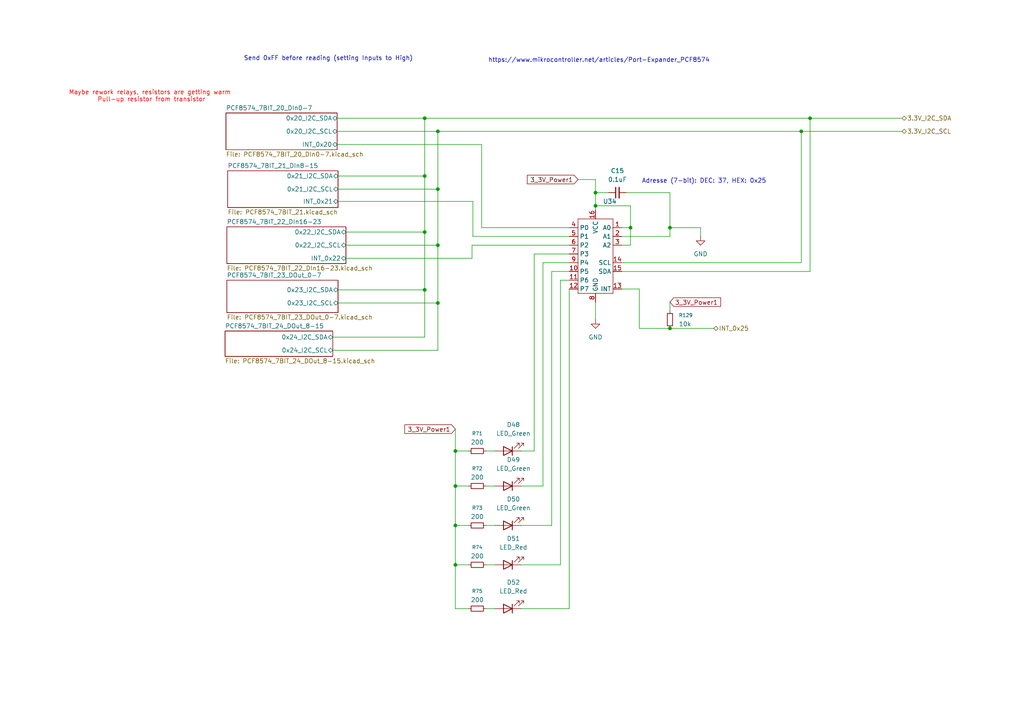
<source format=kicad_sch>
(kicad_sch
	(version 20250114)
	(generator "eeschema")
	(generator_version "9.0")
	(uuid "9ccdacf6-1004-4b39-8209-aa29312fcfe9")
	(paper "A4")
	(lib_symbols
		(symbol "Device:C_Small"
			(pin_numbers
				(hide yes)
			)
			(pin_names
				(offset 0.254)
				(hide yes)
			)
			(exclude_from_sim no)
			(in_bom yes)
			(on_board yes)
			(property "Reference" "C"
				(at 0.254 1.778 0)
				(effects
					(font
						(size 1.27 1.27)
					)
					(justify left)
				)
			)
			(property "Value" "C_Small"
				(at 0.254 -2.032 0)
				(effects
					(font
						(size 1.27 1.27)
					)
					(justify left)
				)
			)
			(property "Footprint" ""
				(at 0 0 0)
				(effects
					(font
						(size 1.27 1.27)
					)
					(hide yes)
				)
			)
			(property "Datasheet" "~"
				(at 0 0 0)
				(effects
					(font
						(size 1.27 1.27)
					)
					(hide yes)
				)
			)
			(property "Description" "Unpolarized capacitor, small symbol"
				(at 0 0 0)
				(effects
					(font
						(size 1.27 1.27)
					)
					(hide yes)
				)
			)
			(property "ki_keywords" "capacitor cap"
				(at 0 0 0)
				(effects
					(font
						(size 1.27 1.27)
					)
					(hide yes)
				)
			)
			(property "ki_fp_filters" "C_*"
				(at 0 0 0)
				(effects
					(font
						(size 1.27 1.27)
					)
					(hide yes)
				)
			)
			(symbol "C_Small_0_1"
				(polyline
					(pts
						(xy -1.524 0.508) (xy 1.524 0.508)
					)
					(stroke
						(width 0.3048)
						(type default)
					)
					(fill
						(type none)
					)
				)
				(polyline
					(pts
						(xy -1.524 -0.508) (xy 1.524 -0.508)
					)
					(stroke
						(width 0.3302)
						(type default)
					)
					(fill
						(type none)
					)
				)
			)
			(symbol "C_Small_1_1"
				(pin passive line
					(at 0 2.54 270)
					(length 2.032)
					(name "~"
						(effects
							(font
								(size 1.27 1.27)
							)
						)
					)
					(number "1"
						(effects
							(font
								(size 1.27 1.27)
							)
						)
					)
				)
				(pin passive line
					(at 0 -2.54 90)
					(length 2.032)
					(name "~"
						(effects
							(font
								(size 1.27 1.27)
							)
						)
					)
					(number "2"
						(effects
							(font
								(size 1.27 1.27)
							)
						)
					)
				)
			)
			(embedded_fonts no)
		)
		(symbol "Device:LED"
			(pin_numbers
				(hide yes)
			)
			(pin_names
				(offset 1.016)
				(hide yes)
			)
			(exclude_from_sim no)
			(in_bom yes)
			(on_board yes)
			(property "Reference" "D"
				(at 0 2.54 0)
				(effects
					(font
						(size 1.27 1.27)
					)
				)
			)
			(property "Value" "LED"
				(at 0 -2.54 0)
				(effects
					(font
						(size 1.27 1.27)
					)
				)
			)
			(property "Footprint" ""
				(at 0 0 0)
				(effects
					(font
						(size 1.27 1.27)
					)
					(hide yes)
				)
			)
			(property "Datasheet" "~"
				(at 0 0 0)
				(effects
					(font
						(size 1.27 1.27)
					)
					(hide yes)
				)
			)
			(property "Description" "Light emitting diode"
				(at 0 0 0)
				(effects
					(font
						(size 1.27 1.27)
					)
					(hide yes)
				)
			)
			(property "Sim.Pins" "1=K 2=A"
				(at 0 0 0)
				(effects
					(font
						(size 1.27 1.27)
					)
					(hide yes)
				)
			)
			(property "ki_keywords" "LED diode"
				(at 0 0 0)
				(effects
					(font
						(size 1.27 1.27)
					)
					(hide yes)
				)
			)
			(property "ki_fp_filters" "LED* LED_SMD:* LED_THT:*"
				(at 0 0 0)
				(effects
					(font
						(size 1.27 1.27)
					)
					(hide yes)
				)
			)
			(symbol "LED_0_1"
				(polyline
					(pts
						(xy -3.048 -0.762) (xy -4.572 -2.286) (xy -3.81 -2.286) (xy -4.572 -2.286) (xy -4.572 -1.524)
					)
					(stroke
						(width 0)
						(type default)
					)
					(fill
						(type none)
					)
				)
				(polyline
					(pts
						(xy -1.778 -0.762) (xy -3.302 -2.286) (xy -2.54 -2.286) (xy -3.302 -2.286) (xy -3.302 -1.524)
					)
					(stroke
						(width 0)
						(type default)
					)
					(fill
						(type none)
					)
				)
				(polyline
					(pts
						(xy -1.27 0) (xy 1.27 0)
					)
					(stroke
						(width 0)
						(type default)
					)
					(fill
						(type none)
					)
				)
				(polyline
					(pts
						(xy -1.27 -1.27) (xy -1.27 1.27)
					)
					(stroke
						(width 0.254)
						(type default)
					)
					(fill
						(type none)
					)
				)
				(polyline
					(pts
						(xy 1.27 -1.27) (xy 1.27 1.27) (xy -1.27 0) (xy 1.27 -1.27)
					)
					(stroke
						(width 0.254)
						(type default)
					)
					(fill
						(type none)
					)
				)
			)
			(symbol "LED_1_1"
				(pin passive line
					(at -3.81 0 0)
					(length 2.54)
					(name "K"
						(effects
							(font
								(size 1.27 1.27)
							)
						)
					)
					(number "1"
						(effects
							(font
								(size 1.27 1.27)
							)
						)
					)
				)
				(pin passive line
					(at 3.81 0 180)
					(length 2.54)
					(name "A"
						(effects
							(font
								(size 1.27 1.27)
							)
						)
					)
					(number "2"
						(effects
							(font
								(size 1.27 1.27)
							)
						)
					)
				)
			)
			(embedded_fonts no)
		)
		(symbol "Device:R_Small"
			(pin_numbers
				(hide yes)
			)
			(pin_names
				(offset 0.254)
				(hide yes)
			)
			(exclude_from_sim no)
			(in_bom yes)
			(on_board yes)
			(property "Reference" "R"
				(at 0 0 90)
				(effects
					(font
						(size 1.016 1.016)
					)
				)
			)
			(property "Value" "R_Small"
				(at 1.778 0 90)
				(effects
					(font
						(size 1.27 1.27)
					)
				)
			)
			(property "Footprint" ""
				(at 0 0 0)
				(effects
					(font
						(size 1.27 1.27)
					)
					(hide yes)
				)
			)
			(property "Datasheet" "~"
				(at 0 0 0)
				(effects
					(font
						(size 1.27 1.27)
					)
					(hide yes)
				)
			)
			(property "Description" "Resistor, small symbol"
				(at 0 0 0)
				(effects
					(font
						(size 1.27 1.27)
					)
					(hide yes)
				)
			)
			(property "ki_keywords" "R resistor"
				(at 0 0 0)
				(effects
					(font
						(size 1.27 1.27)
					)
					(hide yes)
				)
			)
			(property "ki_fp_filters" "R_*"
				(at 0 0 0)
				(effects
					(font
						(size 1.27 1.27)
					)
					(hide yes)
				)
			)
			(symbol "R_Small_0_1"
				(rectangle
					(start -0.762 1.778)
					(end 0.762 -1.778)
					(stroke
						(width 0.2032)
						(type default)
					)
					(fill
						(type none)
					)
				)
			)
			(symbol "R_Small_1_1"
				(pin passive line
					(at 0 2.54 270)
					(length 0.762)
					(name "~"
						(effects
							(font
								(size 1.27 1.27)
							)
						)
					)
					(number "1"
						(effects
							(font
								(size 1.27 1.27)
							)
						)
					)
				)
				(pin passive line
					(at 0 -2.54 90)
					(length 0.762)
					(name "~"
						(effects
							(font
								(size 1.27 1.27)
							)
						)
					)
					(number "2"
						(effects
							(font
								(size 1.27 1.27)
							)
						)
					)
				)
			)
			(embedded_fonts no)
		)
		(symbol "own_symbols:PCF8574N"
			(exclude_from_sim no)
			(in_bom yes)
			(on_board yes)
			(property "Reference" "U"
				(at 0 0 0)
				(effects
					(font
						(size 1.27 1.27)
					)
				)
			)
			(property "Value" ""
				(at 0 0 0)
				(effects
					(font
						(size 1.27 1.27)
					)
				)
			)
			(property "Footprint" "Package_DIP:DIP-16_W7.62mm"
				(at 17.526 15.748 0)
				(effects
					(font
						(size 1.27 1.27)
					)
					(hide yes)
				)
			)
			(property "Datasheet" "https://www.ti.com/lit/ds/symlink/pcf8574.pdf?ts=1728822589974&ref_url=https%253A%252F%252Fwww.ti.com%252Fproduct%252FPCF8574%253Futm_source%253Dgoogle%2526utm_medium%253Dcpc%2526utm_campaign%253Dti-null-null-xref-cpc-pf-google-wwe%2526utm_content%253Dxref%2526ds_k%253D%257B_dssearchterm%257D%2526DCM%253Dyes%2526gad_source%253D1%2526gclid%253DEAIaIQobChMI6f2G9a2LiQMVKp2DBx3rOwzlEAAYASAAEgIEUPD_BwE%2526gclsrc%253Daw.ds"
				(at -0.254 20.32 0)
				(effects
					(font
						(size 1.27 1.27)
					)
					(hide yes)
				)
			)
			(property "Description" "8 Port IO expander I2C-Interface"
				(at 3.302 18.288 0)
				(effects
					(font
						(size 1.27 1.27)
					)
					(hide yes)
				)
			)
			(symbol "PCF8574N_0_1"
				(rectangle
					(start 5.08 10.16)
					(end -5.08 -11.43)
					(stroke
						(width 0)
						(type default)
					)
					(fill
						(type none)
					)
				)
			)
			(symbol "PCF8574N_1_1"
				(pin bidirectional line
					(at -7.62 7.62 0)
					(length 2.54)
					(name "P0"
						(effects
							(font
								(size 1.27 1.27)
							)
						)
					)
					(number "4"
						(effects
							(font
								(size 1.27 1.27)
							)
						)
					)
				)
				(pin bidirectional line
					(at -7.62 5.08 0)
					(length 2.54)
					(name "P1"
						(effects
							(font
								(size 1.27 1.27)
							)
						)
					)
					(number "5"
						(effects
							(font
								(size 1.27 1.27)
							)
						)
					)
				)
				(pin bidirectional line
					(at -7.62 2.54 0)
					(length 2.54)
					(name "P2"
						(effects
							(font
								(size 1.27 1.27)
							)
						)
					)
					(number "6"
						(effects
							(font
								(size 1.27 1.27)
							)
						)
					)
				)
				(pin bidirectional line
					(at -7.62 0 0)
					(length 2.54)
					(name "P3"
						(effects
							(font
								(size 1.27 1.27)
							)
						)
					)
					(number "7"
						(effects
							(font
								(size 1.27 1.27)
							)
						)
					)
				)
				(pin bidirectional line
					(at -7.62 -2.54 0)
					(length 2.54)
					(name "P4"
						(effects
							(font
								(size 1.27 1.27)
							)
						)
					)
					(number "9"
						(effects
							(font
								(size 1.27 1.27)
							)
						)
					)
				)
				(pin bidirectional line
					(at -7.62 -5.08 0)
					(length 2.54)
					(name "P5"
						(effects
							(font
								(size 1.27 1.27)
							)
						)
					)
					(number "10"
						(effects
							(font
								(size 1.27 1.27)
							)
						)
					)
				)
				(pin bidirectional line
					(at -7.62 -7.62 0)
					(length 2.54)
					(name "P6"
						(effects
							(font
								(size 1.27 1.27)
							)
						)
					)
					(number "11"
						(effects
							(font
								(size 1.27 1.27)
							)
						)
					)
				)
				(pin bidirectional line
					(at -7.62 -10.16 0)
					(length 2.54)
					(name "P7"
						(effects
							(font
								(size 1.27 1.27)
							)
						)
					)
					(number "12"
						(effects
							(font
								(size 1.27 1.27)
							)
						)
					)
				)
				(pin input line
					(at 0 12.7 270)
					(length 2.54)
					(name "VCC"
						(effects
							(font
								(size 1.27 1.27)
							)
						)
					)
					(number "16"
						(effects
							(font
								(size 1.27 1.27)
							)
						)
					)
				)
				(pin output line
					(at 0 -13.97 90)
					(length 2.54)
					(name "GND"
						(effects
							(font
								(size 1.27 1.27)
							)
						)
					)
					(number "8"
						(effects
							(font
								(size 1.27 1.27)
							)
						)
					)
				)
				(pin input line
					(at 7.62 7.62 180)
					(length 2.54)
					(name "A0"
						(effects
							(font
								(size 1.27 1.27)
							)
						)
					)
					(number "1"
						(effects
							(font
								(size 1.27 1.27)
							)
						)
					)
				)
				(pin input line
					(at 7.62 5.08 180)
					(length 2.54)
					(name "A1"
						(effects
							(font
								(size 1.27 1.27)
							)
						)
					)
					(number "2"
						(effects
							(font
								(size 1.27 1.27)
							)
						)
					)
				)
				(pin input line
					(at 7.62 2.54 180)
					(length 2.54)
					(name "A2"
						(effects
							(font
								(size 1.27 1.27)
							)
						)
					)
					(number "3"
						(effects
							(font
								(size 1.27 1.27)
							)
						)
					)
				)
				(pin bidirectional line
					(at 7.62 -2.54 180)
					(length 2.54)
					(name "SCL"
						(effects
							(font
								(size 1.27 1.27)
							)
						)
					)
					(number "14"
						(effects
							(font
								(size 1.27 1.27)
							)
						)
					)
				)
				(pin bidirectional line
					(at 7.62 -5.08 180)
					(length 2.54)
					(name "SDA"
						(effects
							(font
								(size 1.27 1.27)
							)
						)
					)
					(number "15"
						(effects
							(font
								(size 1.27 1.27)
							)
						)
					)
				)
				(pin input line
					(at 7.62 -10.16 180)
					(length 2.54)
					(name "INT"
						(effects
							(font
								(size 1.27 1.27)
							)
						)
					)
					(number "13"
						(effects
							(font
								(size 1.27 1.27)
							)
						)
					)
				)
			)
			(embedded_fonts no)
		)
		(symbol "power:GND"
			(power)
			(pin_numbers
				(hide yes)
			)
			(pin_names
				(offset 0)
				(hide yes)
			)
			(exclude_from_sim no)
			(in_bom yes)
			(on_board yes)
			(property "Reference" "#PWR"
				(at 0 -6.35 0)
				(effects
					(font
						(size 1.27 1.27)
					)
					(hide yes)
				)
			)
			(property "Value" "GND"
				(at 0 -3.81 0)
				(effects
					(font
						(size 1.27 1.27)
					)
				)
			)
			(property "Footprint" ""
				(at 0 0 0)
				(effects
					(font
						(size 1.27 1.27)
					)
					(hide yes)
				)
			)
			(property "Datasheet" ""
				(at 0 0 0)
				(effects
					(font
						(size 1.27 1.27)
					)
					(hide yes)
				)
			)
			(property "Description" "Power symbol creates a global label with name \"GND\" , ground"
				(at 0 0 0)
				(effects
					(font
						(size 1.27 1.27)
					)
					(hide yes)
				)
			)
			(property "ki_keywords" "global power"
				(at 0 0 0)
				(effects
					(font
						(size 1.27 1.27)
					)
					(hide yes)
				)
			)
			(symbol "GND_0_1"
				(polyline
					(pts
						(xy 0 0) (xy 0 -1.27) (xy 1.27 -1.27) (xy 0 -2.54) (xy -1.27 -1.27) (xy 0 -1.27)
					)
					(stroke
						(width 0)
						(type default)
					)
					(fill
						(type none)
					)
				)
			)
			(symbol "GND_1_1"
				(pin power_in line
					(at 0 0 270)
					(length 0)
					(name "~"
						(effects
							(font
								(size 1.27 1.27)
							)
						)
					)
					(number "1"
						(effects
							(font
								(size 1.27 1.27)
							)
						)
					)
				)
			)
			(embedded_fonts no)
		)
	)
	(text "Adresse (7-bit): DEC: 37, HEX: 0x25"
		(exclude_from_sim no)
		(at 204.216 52.578 0)
		(effects
			(font
				(size 1.27 1.27)
			)
		)
		(uuid "78ab879f-5bf8-45fd-987a-6f2d50c8a318")
	)
	(text "https://www.mikrocontroller.net/articles/Port-Expander_PCF8574"
		(exclude_from_sim no)
		(at 173.736 17.526 0)
		(effects
			(font
				(size 1.27 1.27)
			)
		)
		(uuid "844118a8-4c0f-4df7-a275-768904d2fb92")
	)
	(text "Maybe rework relays, resistors are getting warm \nPull-up resistor from transistor"
		(exclude_from_sim no)
		(at 43.942 27.94 0)
		(effects
			(font
				(size 1.27 1.27)
				(color 255 0 0 1)
			)
		)
		(uuid "bc4a6970-e2bf-4d2f-92dc-dd9e7cc32a05")
	)
	(text "Send 0xFF before reading (setting Inputs to High)\n"
		(exclude_from_sim no)
		(at 95.25 17.018 0)
		(effects
			(font
				(size 1.27 1.27)
			)
		)
		(uuid "d627e205-be24-430e-9915-835275b3ba8e")
	)
	(junction
		(at 123.19 34.29)
		(diameter 0)
		(color 0 0 0 0)
		(uuid "0ac1cce2-2d63-4671-ba7a-9ef8317e64ca")
	)
	(junction
		(at 127 38.1)
		(diameter 0)
		(color 0 0 0 0)
		(uuid "12b4392a-2ac7-4c36-b139-9e20d128fd56")
	)
	(junction
		(at 172.72 59.69)
		(diameter 0)
		(color 0 0 0 0)
		(uuid "1966eba8-4e40-46b2-ba06-54e6ee53cc1d")
	)
	(junction
		(at 127 87.884)
		(diameter 0)
		(color 0 0 0 0)
		(uuid "50579e98-19f1-4daf-b7cc-d55d27cfa0ff")
	)
	(junction
		(at 127 54.864)
		(diameter 0)
		(color 0 0 0 0)
		(uuid "541730d7-8414-40e0-bc5d-99f907f95f6b")
	)
	(junction
		(at 132.08 140.97)
		(diameter 0)
		(color 0 0 0 0)
		(uuid "5c6ab6d4-ebbd-41a3-a557-aec4378ed47b")
	)
	(junction
		(at 194.31 66.04)
		(diameter 0)
		(color 0 0 0 0)
		(uuid "5d66ce2f-f04b-4c03-a975-80b068a5df2a")
	)
	(junction
		(at 132.08 130.81)
		(diameter 0)
		(color 0 0 0 0)
		(uuid "8089e712-25b2-4b82-9f95-16e7d1aea099")
	)
	(junction
		(at 234.95 34.29)
		(diameter 0)
		(color 0 0 0 0)
		(uuid "88a7956d-0b13-47b7-a6c1-99b2e10c91ff")
	)
	(junction
		(at 132.08 163.83)
		(diameter 0)
		(color 0 0 0 0)
		(uuid "91103e2c-e9ae-49fe-b2d0-08020925c7c7")
	)
	(junction
		(at 182.88 66.04)
		(diameter 0)
		(color 0 0 0 0)
		(uuid "9d1383d6-06e3-41ab-a139-1f4271ce834d")
	)
	(junction
		(at 232.41 38.1)
		(diameter 0)
		(color 0 0 0 0)
		(uuid "a067fd94-44ae-4d57-a8d7-4c87da34e519")
	)
	(junction
		(at 123.19 84.074)
		(diameter 0)
		(color 0 0 0 0)
		(uuid "a2820ba8-04f2-4c3b-9320-3fa855e741c8")
	)
	(junction
		(at 132.08 152.4)
		(diameter 0)
		(color 0 0 0 0)
		(uuid "b8a1a573-6a02-4f40-87f6-5d43bf4a1ec9")
	)
	(junction
		(at 127 71.12)
		(diameter 0)
		(color 0 0 0 0)
		(uuid "bba88bfa-fa14-4f80-a425-852f53b7a94f")
	)
	(junction
		(at 123.19 51.054)
		(diameter 0)
		(color 0 0 0 0)
		(uuid "c1f0d35c-5e45-46eb-9195-84ed4cb3a028")
	)
	(junction
		(at 123.19 67.31)
		(diameter 0)
		(color 0 0 0 0)
		(uuid "c2860bb6-e0a8-4ef5-bfe5-8799f62edbc5")
	)
	(junction
		(at 172.72 55.88)
		(diameter 0)
		(color 0 0 0 0)
		(uuid "c2898451-42b6-4afc-ac44-62f9726e1063")
	)
	(junction
		(at 194.31 95.25)
		(diameter 0)
		(color 0 0 0 0)
		(uuid "c759d8f8-ce39-44dd-8c73-d7497b38b2fb")
	)
	(wire
		(pts
			(xy 137.16 68.58) (xy 165.1 68.58)
		)
		(stroke
			(width 0)
			(type default)
		)
		(uuid "005be06e-0e9e-47e6-b362-6a19738f409a")
	)
	(wire
		(pts
			(xy 135.89 176.53) (xy 132.08 176.53)
		)
		(stroke
			(width 0)
			(type default)
		)
		(uuid "056028c8-4be8-4fd6-a68e-110c45163f5a")
	)
	(wire
		(pts
			(xy 234.95 78.74) (xy 234.95 34.29)
		)
		(stroke
			(width 0)
			(type default)
		)
		(uuid "075cfae2-be7f-401e-acc2-d80f7fd43881")
	)
	(wire
		(pts
			(xy 123.19 84.074) (xy 123.19 97.79)
		)
		(stroke
			(width 0)
			(type default)
		)
		(uuid "09695a92-fa80-40b1-be79-7f7e9b87dacf")
	)
	(wire
		(pts
			(xy 180.34 66.04) (xy 182.88 66.04)
		)
		(stroke
			(width 0)
			(type default)
		)
		(uuid "0bafb44c-a74e-4a80-b5d7-9b3c91711326")
	)
	(wire
		(pts
			(xy 232.41 76.2) (xy 232.41 38.1)
		)
		(stroke
			(width 0)
			(type default)
		)
		(uuid "0e9bff05-c3be-4947-b419-fad923514f49")
	)
	(wire
		(pts
			(xy 100.33 74.93) (xy 136.906 74.93)
		)
		(stroke
			(width 0)
			(type default)
		)
		(uuid "0ee813c2-eab1-4247-872a-3972ad117a21")
	)
	(wire
		(pts
			(xy 180.34 76.2) (xy 232.41 76.2)
		)
		(stroke
			(width 0)
			(type default)
		)
		(uuid "10cad1c5-41e6-423e-ab5b-8ff970f2a3e9")
	)
	(wire
		(pts
			(xy 172.72 87.63) (xy 172.72 92.71)
		)
		(stroke
			(width 0)
			(type default)
		)
		(uuid "13add0a6-65a0-40a0-98a2-d6e4c6b8f9a1")
	)
	(wire
		(pts
			(xy 139.7 41.91) (xy 139.7 66.04)
		)
		(stroke
			(width 0)
			(type default)
		)
		(uuid "14f5c63b-40ea-4b21-b2e5-ae270f784af3")
	)
	(wire
		(pts
			(xy 194.31 66.04) (xy 194.31 68.58)
		)
		(stroke
			(width 0)
			(type default)
		)
		(uuid "157b2ea0-f943-4580-9a38-213043189f93")
	)
	(wire
		(pts
			(xy 203.2 68.58) (xy 203.2 66.04)
		)
		(stroke
			(width 0)
			(type default)
		)
		(uuid "16170b64-04eb-4415-898b-238abb96c942")
	)
	(wire
		(pts
			(xy 132.08 176.53) (xy 132.08 163.83)
		)
		(stroke
			(width 0)
			(type default)
		)
		(uuid "1bc0146c-8712-41c1-91d4-2a8446a0a228")
	)
	(wire
		(pts
			(xy 157.48 76.2) (xy 157.48 140.97)
		)
		(stroke
			(width 0)
			(type default)
		)
		(uuid "1d25bd94-e1ae-4f52-a92b-157c2594438b")
	)
	(wire
		(pts
			(xy 132.08 140.97) (xy 135.89 140.97)
		)
		(stroke
			(width 0)
			(type default)
		)
		(uuid "205ac581-f684-4e6b-8e43-658291635485")
	)
	(wire
		(pts
			(xy 172.72 59.69) (xy 172.72 60.96)
		)
		(stroke
			(width 0)
			(type default)
		)
		(uuid "20703030-f0a4-42a7-ada6-34a664ebfc11")
	)
	(wire
		(pts
			(xy 140.97 163.83) (xy 143.51 163.83)
		)
		(stroke
			(width 0)
			(type default)
		)
		(uuid "21c7d992-ce09-43ef-b2b0-608950a956e3")
	)
	(wire
		(pts
			(xy 96.52 97.79) (xy 123.19 97.79)
		)
		(stroke
			(width 0)
			(type default)
		)
		(uuid "246517af-2283-46bb-b87f-95409335d521")
	)
	(wire
		(pts
			(xy 97.79 34.29) (xy 123.19 34.29)
		)
		(stroke
			(width 0)
			(type default)
		)
		(uuid "2534b709-65e6-4a7e-b43c-56556283f093")
	)
	(wire
		(pts
			(xy 194.31 66.04) (xy 203.2 66.04)
		)
		(stroke
			(width 0)
			(type default)
		)
		(uuid "289df664-ce37-4a0b-9cf1-5ee99d8cf719")
	)
	(wire
		(pts
			(xy 100.33 71.12) (xy 127 71.12)
		)
		(stroke
			(width 0)
			(type default)
		)
		(uuid "29591f57-7fe0-4de6-9496-a46786eb4324")
	)
	(wire
		(pts
			(xy 234.95 34.29) (xy 261.62 34.29)
		)
		(stroke
			(width 0)
			(type default)
		)
		(uuid "2e3bac45-8030-4a56-baf2-a582f6432321")
	)
	(wire
		(pts
			(xy 98.044 87.884) (xy 127 87.884)
		)
		(stroke
			(width 0)
			(type default)
		)
		(uuid "2ea27975-9eb7-46b5-8204-0ae30fdb1a73")
	)
	(wire
		(pts
			(xy 132.08 130.81) (xy 132.08 140.97)
		)
		(stroke
			(width 0)
			(type default)
		)
		(uuid "37ff0d2b-442a-41f9-9254-de2169f393a6")
	)
	(wire
		(pts
			(xy 98.044 51.054) (xy 123.19 51.054)
		)
		(stroke
			(width 0)
			(type default)
		)
		(uuid "37ffa292-f814-4ef5-a958-ab9ff0b3ac99")
	)
	(wire
		(pts
			(xy 151.13 163.83) (xy 162.56 163.83)
		)
		(stroke
			(width 0)
			(type default)
		)
		(uuid "395f5ff8-0b1c-4cf0-a113-65cfd302230c")
	)
	(wire
		(pts
			(xy 127 87.884) (xy 127 101.6)
		)
		(stroke
			(width 0)
			(type default)
		)
		(uuid "3e786b5f-0885-42b2-ab06-1f683225c6c1")
	)
	(wire
		(pts
			(xy 154.94 73.66) (xy 154.94 130.81)
		)
		(stroke
			(width 0)
			(type default)
		)
		(uuid "41473c9e-4dd7-4720-846b-4a9db1b314f0")
	)
	(wire
		(pts
			(xy 232.41 38.1) (xy 261.62 38.1)
		)
		(stroke
			(width 0)
			(type default)
		)
		(uuid "449ee2fc-56ea-41b7-bbc1-e0a34a4530f4")
	)
	(wire
		(pts
			(xy 132.08 140.97) (xy 132.08 152.4)
		)
		(stroke
			(width 0)
			(type default)
		)
		(uuid "46d1c3cd-1b9f-4db1-8465-42ad1f31754d")
	)
	(wire
		(pts
			(xy 194.31 95.25) (xy 207.01 95.25)
		)
		(stroke
			(width 0)
			(type default)
		)
		(uuid "4871026c-368f-4f21-a4fc-77322e2e95fb")
	)
	(wire
		(pts
			(xy 98.044 84.074) (xy 123.19 84.074)
		)
		(stroke
			(width 0)
			(type default)
		)
		(uuid "4c7f53f1-89f9-49d0-96cf-a0e244dd56f5")
	)
	(wire
		(pts
			(xy 172.72 55.88) (xy 176.53 55.88)
		)
		(stroke
			(width 0)
			(type default)
		)
		(uuid "4f87511b-086b-4e4e-a9ac-58875019e8cf")
	)
	(wire
		(pts
			(xy 182.88 66.04) (xy 182.88 59.69)
		)
		(stroke
			(width 0)
			(type default)
		)
		(uuid "4ffb5cce-cbc3-4a61-8895-a836634dd07c")
	)
	(wire
		(pts
			(xy 165.1 83.82) (xy 165.1 176.53)
		)
		(stroke
			(width 0)
			(type default)
		)
		(uuid "504e9a64-b097-4afd-9b14-b08bfecac260")
	)
	(wire
		(pts
			(xy 185.42 95.25) (xy 194.31 95.25)
		)
		(stroke
			(width 0)
			(type default)
		)
		(uuid "52029a51-270f-491b-9c50-6fc927a2c973")
	)
	(wire
		(pts
			(xy 172.72 52.07) (xy 172.72 55.88)
		)
		(stroke
			(width 0)
			(type default)
		)
		(uuid "55897647-43fe-4723-810c-b49211e735dd")
	)
	(wire
		(pts
			(xy 157.48 76.2) (xy 165.1 76.2)
		)
		(stroke
			(width 0)
			(type default)
		)
		(uuid "5611f8a9-fed5-4370-9b05-cfbae16aabcd")
	)
	(wire
		(pts
			(xy 132.08 152.4) (xy 132.08 163.83)
		)
		(stroke
			(width 0)
			(type default)
		)
		(uuid "56449274-5f4e-4f00-a5b9-332f50307089")
	)
	(wire
		(pts
			(xy 151.13 140.97) (xy 157.48 140.97)
		)
		(stroke
			(width 0)
			(type default)
		)
		(uuid "5e7793ae-f6a8-4fe1-965a-ae07126fe4a7")
	)
	(wire
		(pts
			(xy 160.02 78.74) (xy 160.02 152.4)
		)
		(stroke
			(width 0)
			(type default)
		)
		(uuid "5e87ca33-7488-48a2-a33a-6652ec6c2091")
	)
	(wire
		(pts
			(xy 127 54.864) (xy 127 71.12)
		)
		(stroke
			(width 0)
			(type default)
		)
		(uuid "5ed38b86-7241-4976-9bc6-647516a2ba32")
	)
	(wire
		(pts
			(xy 140.97 176.53) (xy 143.51 176.53)
		)
		(stroke
			(width 0)
			(type default)
		)
		(uuid "5f544d25-d4c3-4ff1-aee9-92b69401c557")
	)
	(wire
		(pts
			(xy 123.19 34.29) (xy 234.95 34.29)
		)
		(stroke
			(width 0)
			(type default)
		)
		(uuid "6518bcb7-aef5-4a48-ace1-e5557783e723")
	)
	(wire
		(pts
			(xy 123.19 51.054) (xy 123.19 67.31)
		)
		(stroke
			(width 0)
			(type default)
		)
		(uuid "65d48c35-85ab-4abe-9025-0a313cc33b6b")
	)
	(wire
		(pts
			(xy 132.08 130.81) (xy 132.08 124.46)
		)
		(stroke
			(width 0)
			(type default)
		)
		(uuid "66d9a2d6-c2f8-4b22-927a-995be6d4f971")
	)
	(wire
		(pts
			(xy 139.7 66.04) (xy 165.1 66.04)
		)
		(stroke
			(width 0)
			(type default)
		)
		(uuid "68c2efd1-6c28-43b3-b5d1-9c12a3b842e6")
	)
	(wire
		(pts
			(xy 97.79 38.1) (xy 127 38.1)
		)
		(stroke
			(width 0)
			(type default)
		)
		(uuid "6b26ea03-eeaa-44ac-af5c-9f732fe529f5")
	)
	(wire
		(pts
			(xy 143.51 130.81) (xy 140.97 130.81)
		)
		(stroke
			(width 0)
			(type default)
		)
		(uuid "78412c40-2ae5-4bfa-906b-231159538094")
	)
	(wire
		(pts
			(xy 154.94 73.66) (xy 165.1 73.66)
		)
		(stroke
			(width 0)
			(type default)
		)
		(uuid "7f6dc01d-7a99-4200-abe5-a76771fd74a3")
	)
	(wire
		(pts
			(xy 136.906 74.93) (xy 136.906 71.12)
		)
		(stroke
			(width 0)
			(type default)
		)
		(uuid "82a6e8b8-8e58-4036-a22e-19ee326fb18d")
	)
	(wire
		(pts
			(xy 162.56 81.28) (xy 165.1 81.28)
		)
		(stroke
			(width 0)
			(type default)
		)
		(uuid "8a2b4b2a-f281-49ce-b96f-41e8a0ebd544")
	)
	(wire
		(pts
			(xy 136.906 71.12) (xy 165.1 71.12)
		)
		(stroke
			(width 0)
			(type default)
		)
		(uuid "8a6f8160-3ac7-4d7b-9742-bd2c5ea8bb8b")
	)
	(wire
		(pts
			(xy 123.19 34.29) (xy 123.19 51.054)
		)
		(stroke
			(width 0)
			(type default)
		)
		(uuid "8dd20048-1ea6-49f8-9fa4-b3247b990829")
	)
	(wire
		(pts
			(xy 127 54.864) (xy 127 38.1)
		)
		(stroke
			(width 0)
			(type default)
		)
		(uuid "908d90e1-21eb-48b6-bd9e-6bca952d6e28")
	)
	(wire
		(pts
			(xy 132.08 163.83) (xy 135.89 163.83)
		)
		(stroke
			(width 0)
			(type default)
		)
		(uuid "94531e18-58f5-4d31-b0e3-17068aab5a02")
	)
	(wire
		(pts
			(xy 151.13 152.4) (xy 160.02 152.4)
		)
		(stroke
			(width 0)
			(type default)
		)
		(uuid "94615a18-4f75-416b-bb8a-46acf89238f3")
	)
	(wire
		(pts
			(xy 151.13 176.53) (xy 165.1 176.53)
		)
		(stroke
			(width 0)
			(type default)
		)
		(uuid "95bff085-a109-4786-be92-2e4bd10dad2c")
	)
	(wire
		(pts
			(xy 137.16 58.42) (xy 137.16 68.58)
		)
		(stroke
			(width 0)
			(type default)
		)
		(uuid "95da0e64-3dbe-4039-95ce-a36c548bc420")
	)
	(wire
		(pts
			(xy 140.97 152.4) (xy 143.51 152.4)
		)
		(stroke
			(width 0)
			(type default)
		)
		(uuid "9888c825-33d0-4582-ab6f-e785a3aab9e3")
	)
	(wire
		(pts
			(xy 180.34 78.74) (xy 234.95 78.74)
		)
		(stroke
			(width 0)
			(type default)
		)
		(uuid "99437d68-b9e6-4018-af32-6ee137e7845c")
	)
	(wire
		(pts
			(xy 185.42 83.82) (xy 180.34 83.82)
		)
		(stroke
			(width 0)
			(type default)
		)
		(uuid "9be46176-4907-455d-bc90-605c371e3314")
	)
	(wire
		(pts
			(xy 167.64 52.07) (xy 172.72 52.07)
		)
		(stroke
			(width 0)
			(type default)
		)
		(uuid "9c20f2ad-cd2c-4bcd-8671-90a5b76210a6")
	)
	(wire
		(pts
			(xy 194.31 87.63) (xy 194.31 90.17)
		)
		(stroke
			(width 0)
			(type default)
		)
		(uuid "9f5b542f-a066-4df4-b0fb-271a4850656b")
	)
	(wire
		(pts
			(xy 181.61 55.88) (xy 194.31 55.88)
		)
		(stroke
			(width 0)
			(type default)
		)
		(uuid "a0968cf4-092f-4346-8ec9-a006883e7162")
	)
	(wire
		(pts
			(xy 127 38.1) (xy 232.41 38.1)
		)
		(stroke
			(width 0)
			(type default)
		)
		(uuid "a5010752-50b1-4321-bc04-cfd8af911fb1")
	)
	(wire
		(pts
			(xy 143.51 140.97) (xy 140.97 140.97)
		)
		(stroke
			(width 0)
			(type default)
		)
		(uuid "a5b7a30d-acea-4e63-a8af-28c7e7a6a487")
	)
	(wire
		(pts
			(xy 127 71.12) (xy 127 87.884)
		)
		(stroke
			(width 0)
			(type default)
		)
		(uuid "aea0332e-1e34-47a4-b701-3826bcd0fdec")
	)
	(wire
		(pts
			(xy 182.88 71.12) (xy 182.88 66.04)
		)
		(stroke
			(width 0)
			(type default)
		)
		(uuid "c8e055eb-7482-41b9-89c8-3ed64a8fbb41")
	)
	(wire
		(pts
			(xy 127 101.6) (xy 96.52 101.6)
		)
		(stroke
			(width 0)
			(type default)
		)
		(uuid "ccb9155f-dc15-4593-978c-d5a8f2ee48ba")
	)
	(wire
		(pts
			(xy 132.08 152.4) (xy 135.89 152.4)
		)
		(stroke
			(width 0)
			(type default)
		)
		(uuid "cff7f965-3472-465b-b026-876632bc532c")
	)
	(wire
		(pts
			(xy 98.044 58.42) (xy 137.16 58.42)
		)
		(stroke
			(width 0)
			(type default)
		)
		(uuid "d20c3fa0-ee34-42ff-beda-dae8402075c7")
	)
	(wire
		(pts
			(xy 100.33 67.31) (xy 123.19 67.31)
		)
		(stroke
			(width 0)
			(type default)
		)
		(uuid "d71da027-b68b-4796-a989-ca4b77d3a49b")
	)
	(wire
		(pts
			(xy 160.02 78.74) (xy 165.1 78.74)
		)
		(stroke
			(width 0)
			(type default)
		)
		(uuid "d99ba0a7-7e96-4fd5-9f0b-051f416948d5")
	)
	(wire
		(pts
			(xy 123.19 67.31) (xy 123.19 84.074)
		)
		(stroke
			(width 0)
			(type default)
		)
		(uuid "dabc07bf-67c0-4aba-95d6-4cd5fdf3bb11")
	)
	(wire
		(pts
			(xy 162.56 81.28) (xy 162.56 163.83)
		)
		(stroke
			(width 0)
			(type default)
		)
		(uuid "db7d0d55-9cb2-4bf3-8747-4cb35e43e522")
	)
	(wire
		(pts
			(xy 97.79 41.91) (xy 139.7 41.91)
		)
		(stroke
			(width 0)
			(type default)
		)
		(uuid "e0f49675-ce0d-43c7-a74a-061079e10a49")
	)
	(wire
		(pts
			(xy 180.34 68.58) (xy 194.31 68.58)
		)
		(stroke
			(width 0)
			(type default)
		)
		(uuid "e13d93b4-9e48-4bba-b026-3f143c28472f")
	)
	(wire
		(pts
			(xy 182.88 59.69) (xy 172.72 59.69)
		)
		(stroke
			(width 0)
			(type default)
		)
		(uuid "e74bd013-343f-4279-a44a-e7333b0e5917")
	)
	(wire
		(pts
			(xy 194.31 55.88) (xy 194.31 66.04)
		)
		(stroke
			(width 0)
			(type default)
		)
		(uuid "e8217669-edb1-421b-adec-aad3e51c80fd")
	)
	(wire
		(pts
			(xy 98.044 54.864) (xy 127 54.864)
		)
		(stroke
			(width 0)
			(type default)
		)
		(uuid "ea5b3286-c3a8-4a51-b259-2371b3e322e0")
	)
	(wire
		(pts
			(xy 172.72 55.88) (xy 172.72 59.69)
		)
		(stroke
			(width 0)
			(type default)
		)
		(uuid "f34ad593-c4d5-4cba-b0bd-905b3918dbb9")
	)
	(wire
		(pts
			(xy 185.42 83.82) (xy 185.42 95.25)
		)
		(stroke
			(width 0)
			(type default)
		)
		(uuid "f424fb96-32c3-45e0-b738-a2017b59df9b")
	)
	(wire
		(pts
			(xy 180.34 71.12) (xy 182.88 71.12)
		)
		(stroke
			(width 0)
			(type default)
		)
		(uuid "fa717388-16d5-41cb-8c38-114be35ff9cf")
	)
	(wire
		(pts
			(xy 135.89 130.81) (xy 132.08 130.81)
		)
		(stroke
			(width 0)
			(type default)
		)
		(uuid "fbaf1259-373f-414c-b74b-8f6096616ff0")
	)
	(wire
		(pts
			(xy 151.13 130.81) (xy 154.94 130.81)
		)
		(stroke
			(width 0)
			(type default)
		)
		(uuid "fbefc021-991c-4d5b-95f1-380b1d0cc844")
	)
	(global_label "3_3V_Power1"
		(shape input)
		(at 194.31 87.63 0)
		(fields_autoplaced yes)
		(effects
			(font
				(size 1.27 1.27)
			)
			(justify left)
		)
		(uuid "5079bdc3-2820-4d26-ba17-02b1fc813309")
		(property "Intersheetrefs" "${INTERSHEET_REFS}"
			(at 209.5718 87.63 0)
			(effects
				(font
					(size 1.27 1.27)
				)
				(justify left)
				(hide yes)
			)
		)
	)
	(global_label "3_3V_Power1"
		(shape input)
		(at 167.64 52.07 180)
		(fields_autoplaced yes)
		(effects
			(font
				(size 1.27 1.27)
			)
			(justify right)
		)
		(uuid "cb430776-ff33-4552-9b65-e425d35cf073")
		(property "Intersheetrefs" "${INTERSHEET_REFS}"
			(at 152.3782 52.07 0)
			(effects
				(font
					(size 1.27 1.27)
				)
				(justify right)
				(hide yes)
			)
		)
	)
	(global_label "3_3V_Power1"
		(shape input)
		(at 132.08 124.46 180)
		(fields_autoplaced yes)
		(effects
			(font
				(size 1.27 1.27)
			)
			(justify right)
		)
		(uuid "cb878f1b-40e1-4a63-af32-ff7a661eecf1")
		(property "Intersheetrefs" "${INTERSHEET_REFS}"
			(at 116.8182 124.46 0)
			(effects
				(font
					(size 1.27 1.27)
				)
				(justify right)
				(hide yes)
			)
		)
	)
	(hierarchical_label "3.3V_I2C_SDA"
		(shape bidirectional)
		(at 261.62 34.29 0)
		(effects
			(font
				(size 1.27 1.27)
			)
			(justify left)
		)
		(uuid "828c448a-3fc6-4438-b003-46878507c686")
	)
	(hierarchical_label "3.3V_I2C_SCL"
		(shape bidirectional)
		(at 261.62 38.1 0)
		(effects
			(font
				(size 1.27 1.27)
			)
			(justify left)
		)
		(uuid "d803f71b-761e-451e-af86-fb80fbcfbb3c")
	)
	(hierarchical_label "INT_0x25"
		(shape bidirectional)
		(at 207.01 95.25 0)
		(effects
			(font
				(size 1.27 1.27)
			)
			(justify left)
		)
		(uuid "e3d9d33d-d144-4317-b89e-be7daba8b5ff")
	)
	(symbol
		(lib_id "Device:LED")
		(at 147.32 140.97 180)
		(unit 1)
		(exclude_from_sim no)
		(in_bom yes)
		(on_board yes)
		(dnp no)
		(fields_autoplaced yes)
		(uuid "0afbeb9d-ef76-47e5-8255-43766ec8dd43")
		(property "Reference" "D49"
			(at 148.9075 133.35 0)
			(effects
				(font
					(size 1.27 1.27)
				)
			)
		)
		(property "Value" "LED_Green"
			(at 148.9075 135.89 0)
			(effects
				(font
					(size 1.27 1.27)
				)
			)
		)
		(property "Footprint" "Inductor_SMD:L_0603_1608Metric"
			(at 147.32 140.97 0)
			(effects
				(font
					(size 1.27 1.27)
				)
				(hide yes)
			)
		)
		(property "Datasheet" "https://jlcpcb.com/api/file/downloadByFileSystemAccessId/8588881954855407616"
			(at 147.32 140.97 0)
			(effects
				(font
					(size 1.27 1.27)
				)
				(hide yes)
			)
		)
		(property "Description" "-30℃~+80℃ 120° 2.8V 500mcd 526nm~532nm 5mA 70mW Green Water Clear 0603 LED Indication - Discrete ROHS"
			(at 147.32 140.97 0)
			(effects
				(font
					(size 1.27 1.27)
				)
				(hide yes)
			)
		)
		(property "Sim.Pins" "1=K 2=A"
			(at 147.32 140.97 0)
			(effects
				(font
					(size 1.27 1.27)
				)
				(hide yes)
			)
		)
		(property "LCSC PN" "C118334"
			(at 147.32 140.97 0)
			(effects
				(font
					(size 1.27 1.27)
				)
				(hide yes)
			)
		)
		(pin "1"
			(uuid "a024bba1-710f-4c69-baa3-b70deac0812f")
		)
		(pin "2"
			(uuid "bdc0bc4f-84d7-48b1-a1a4-9f3910593a67")
		)
		(instances
			(project "BGA_Steuerung"
				(path "/5fbba8b4-3ab1-4241-8e39-3098c3149716/e5e44aa7-ff3e-40ec-adc5-cfcab77559ef"
					(reference "D49")
					(unit 1)
				)
			)
		)
	)
	(symbol
		(lib_id "Device:R_Small")
		(at 138.43 152.4 90)
		(unit 1)
		(exclude_from_sim no)
		(in_bom yes)
		(on_board yes)
		(dnp no)
		(fields_autoplaced yes)
		(uuid "0cfdccae-6590-479e-af92-37cc2a9819db")
		(property "Reference" "R73"
			(at 138.43 147.32 90)
			(effects
				(font
					(size 1.016 1.016)
				)
			)
		)
		(property "Value" "200"
			(at 138.43 149.86 90)
			(effects
				(font
					(size 1.27 1.27)
				)
			)
		)
		(property "Footprint" "Resistor_SMD:R_0603_1608Metric"
			(at 138.43 152.4 0)
			(effects
				(font
					(size 1.27 1.27)
				)
				(hide yes)
			)
		)
		(property "Datasheet" "https://jlcpcb.com/api/file/downloadByFileSystemAccessId/8579706087299203072"
			(at 138.43 152.4 0)
			(effects
				(font
					(size 1.27 1.27)
				)
				(hide yes)
			)
		)
		(property "Description" "-55℃~+155℃ 100mW 200Ω 75V Thick Film Resistor ±1% ±100ppm/℃ 0603 Chip Resistor - Surface Mount ROHS"
			(at 138.43 152.4 0)
			(effects
				(font
					(size 1.27 1.27)
				)
				(hide yes)
			)
		)
		(property "LCSC PN" "C8218"
			(at 138.43 152.4 90)
			(effects
				(font
					(size 1.27 1.27)
				)
				(hide yes)
			)
		)
		(pin "2"
			(uuid "a22985c2-85f8-4ece-80bf-41a1060065db")
		)
		(pin "1"
			(uuid "d71c528b-943a-4155-839a-61f54ed0554c")
		)
		(instances
			(project "BGA_Steuerung"
				(path "/5fbba8b4-3ab1-4241-8e39-3098c3149716/e5e44aa7-ff3e-40ec-adc5-cfcab77559ef"
					(reference "R73")
					(unit 1)
				)
			)
		)
	)
	(symbol
		(lib_id "Device:LED")
		(at 147.32 152.4 180)
		(unit 1)
		(exclude_from_sim no)
		(in_bom yes)
		(on_board yes)
		(dnp no)
		(fields_autoplaced yes)
		(uuid "1d63fa6c-1470-4102-abc9-6c49b13c3b0b")
		(property "Reference" "D50"
			(at 148.9075 144.78 0)
			(effects
				(font
					(size 1.27 1.27)
				)
			)
		)
		(property "Value" "LED_Green"
			(at 148.9075 147.32 0)
			(effects
				(font
					(size 1.27 1.27)
				)
			)
		)
		(property "Footprint" "Inductor_SMD:L_0603_1608Metric"
			(at 147.32 152.4 0)
			(effects
				(font
					(size 1.27 1.27)
				)
				(hide yes)
			)
		)
		(property "Datasheet" "https://jlcpcb.com/api/file/downloadByFileSystemAccessId/8588881954855407616"
			(at 147.32 152.4 0)
			(effects
				(font
					(size 1.27 1.27)
				)
				(hide yes)
			)
		)
		(property "Description" "-30℃~+80℃ 120° 2.8V 500mcd 526nm~532nm 5mA 70mW Green Water Clear 0603 LED Indication - Discrete ROHS"
			(at 147.32 152.4 0)
			(effects
				(font
					(size 1.27 1.27)
				)
				(hide yes)
			)
		)
		(property "Sim.Pins" "1=K 2=A"
			(at 147.32 152.4 0)
			(effects
				(font
					(size 1.27 1.27)
				)
				(hide yes)
			)
		)
		(property "LCSC PN" "C118334"
			(at 147.32 152.4 0)
			(effects
				(font
					(size 1.27 1.27)
				)
				(hide yes)
			)
		)
		(pin "1"
			(uuid "f65ec146-b0c1-4cca-a277-97271e07ae7e")
		)
		(pin "2"
			(uuid "b7e50f00-dca8-4417-9110-5bcaa3da8184")
		)
		(instances
			(project "BGA_Steuerung_4layer"
				(path "/5fbba8b4-3ab1-4241-8e39-3098c3149716/e5e44aa7-ff3e-40ec-adc5-cfcab77559ef"
					(reference "D50")
					(unit 1)
				)
			)
		)
	)
	(symbol
		(lib_id "Device:LED")
		(at 147.32 130.81 180)
		(unit 1)
		(exclude_from_sim no)
		(in_bom yes)
		(on_board yes)
		(dnp no)
		(fields_autoplaced yes)
		(uuid "1fbd89e3-533f-4bb5-8c61-2580503b8c6c")
		(property "Reference" "D48"
			(at 148.9075 123.19 0)
			(effects
				(font
					(size 1.27 1.27)
				)
			)
		)
		(property "Value" "LED_Green"
			(at 148.9075 125.73 0)
			(effects
				(font
					(size 1.27 1.27)
				)
			)
		)
		(property "Footprint" "Inductor_SMD:L_0603_1608Metric"
			(at 147.32 130.81 0)
			(effects
				(font
					(size 1.27 1.27)
				)
				(hide yes)
			)
		)
		(property "Datasheet" "https://jlcpcb.com/api/file/downloadByFileSystemAccessId/8588881954855407616"
			(at 147.32 130.81 0)
			(effects
				(font
					(size 1.27 1.27)
				)
				(hide yes)
			)
		)
		(property "Description" "-30℃~+80℃ 120° 2.8V 500mcd 526nm~532nm 5mA 70mW Green Water Clear 0603 LED Indication - Discrete ROHS"
			(at 147.32 130.81 0)
			(effects
				(font
					(size 1.27 1.27)
				)
				(hide yes)
			)
		)
		(property "Sim.Pins" "1=K 2=A"
			(at 147.32 130.81 0)
			(effects
				(font
					(size 1.27 1.27)
				)
				(hide yes)
			)
		)
		(property "LCSC PN" "C118334"
			(at 147.32 130.81 0)
			(effects
				(font
					(size 1.27 1.27)
				)
				(hide yes)
			)
		)
		(pin "1"
			(uuid "eef6ff02-9d37-4d94-af80-1a234d8fe0d4")
		)
		(pin "2"
			(uuid "abb54ac2-a250-418e-8bf0-a42eea322e5d")
		)
		(instances
			(project ""
				(path "/5fbba8b4-3ab1-4241-8e39-3098c3149716/e5e44aa7-ff3e-40ec-adc5-cfcab77559ef"
					(reference "D48")
					(unit 1)
				)
			)
		)
	)
	(symbol
		(lib_id "Device:LED")
		(at 147.32 163.83 180)
		(unit 1)
		(exclude_from_sim no)
		(in_bom yes)
		(on_board yes)
		(dnp no)
		(fields_autoplaced yes)
		(uuid "1fcd039d-9fa6-455d-a507-a458d4722e40")
		(property "Reference" "D51"
			(at 148.9075 156.21 0)
			(effects
				(font
					(size 1.27 1.27)
				)
			)
		)
		(property "Value" "LED_Red"
			(at 148.9075 158.75 0)
			(effects
				(font
					(size 1.27 1.27)
				)
			)
		)
		(property "Footprint" "Inductor_SMD:L_0603_1608Metric"
			(at 147.32 163.83 0)
			(effects
				(font
					(size 1.27 1.27)
				)
				(hide yes)
			)
		)
		(property "Datasheet" "https://jlcpcb.com/api/file/downloadByFileSystemAccessId/8550723991833485312"
			(at 147.32 163.83 0)
			(effects
				(font
					(size 1.27 1.27)
				)
				(hide yes)
			)
		)
		(property "Description" "-30℃~+80℃ 120° 2.8V 500mcd 526nm~532nm 5mA 70mW Green Water Clear 0603 LED Indication - Discrete ROHS"
			(at 147.32 163.83 0)
			(effects
				(font
					(size 1.27 1.27)
				)
				(hide yes)
			)
		)
		(property "Sim.Pins" "1=K 2=A"
			(at 147.32 163.83 0)
			(effects
				(font
					(size 1.27 1.27)
				)
				(hide yes)
			)
		)
		(property "LCSC PN" "C2286"
			(at 147.32 163.83 0)
			(effects
				(font
					(size 1.27 1.27)
				)
				(hide yes)
			)
		)
		(pin "1"
			(uuid "35991753-d186-435e-8273-a3c5912250ec")
		)
		(pin "2"
			(uuid "066e55d0-cefe-482c-9a6e-2e563b263a2d")
		)
		(instances
			(project "BGA_Steuerung"
				(path "/5fbba8b4-3ab1-4241-8e39-3098c3149716/e5e44aa7-ff3e-40ec-adc5-cfcab77559ef"
					(reference "D51")
					(unit 1)
				)
			)
		)
	)
	(symbol
		(lib_id "Device:C_Small")
		(at 179.07 55.88 90)
		(unit 1)
		(exclude_from_sim no)
		(in_bom yes)
		(on_board yes)
		(dnp no)
		(fields_autoplaced yes)
		(uuid "4e342184-d8e1-4624-baff-ca2bb0f86a3b")
		(property "Reference" "C15"
			(at 179.0763 49.53 90)
			(effects
				(font
					(size 1.27 1.27)
				)
			)
		)
		(property "Value" "0.1uF"
			(at 179.0763 52.07 90)
			(effects
				(font
					(size 1.27 1.27)
				)
			)
		)
		(property "Footprint" "Capacitor_SMD:C_0603_1608Metric"
			(at 179.07 55.88 0)
			(effects
				(font
					(size 1.27 1.27)
				)
				(hide yes)
			)
		)
		(property "Datasheet" "https://jlcpcb.com/api/file/downloadByFileSystemAccessId/8586178021733126144"
			(at 179.07 55.88 0)
			(effects
				(font
					(size 1.27 1.27)
				)
				(hide yes)
			)
		)
		(property "Description" "100nF 25V X7R ±10% 0603 Multilayer Ceramic Capacitors MLCC - SMD/SMT ROHS"
			(at 179.07 55.88 0)
			(effects
				(font
					(size 1.27 1.27)
				)
				(hide yes)
			)
		)
		(property "LCSC PN" "C1590"
			(at 179.07 55.88 90)
			(effects
				(font
					(size 1.27 1.27)
				)
				(hide yes)
			)
		)
		(pin "1"
			(uuid "93c86337-feec-45c3-9042-f5b8dc919dd2")
		)
		(pin "2"
			(uuid "198f008a-6697-4cb8-82c2-1e2cf573fdcd")
		)
		(instances
			(project "BGA_Steuerung"
				(path "/5fbba8b4-3ab1-4241-8e39-3098c3149716/e5e44aa7-ff3e-40ec-adc5-cfcab77559ef"
					(reference "C15")
					(unit 1)
				)
			)
		)
	)
	(symbol
		(lib_id "Device:R_Small")
		(at 138.43 163.83 90)
		(unit 1)
		(exclude_from_sim no)
		(in_bom yes)
		(on_board yes)
		(dnp no)
		(fields_autoplaced yes)
		(uuid "58a0766f-f5d3-42db-b943-701841454c9c")
		(property "Reference" "R74"
			(at 138.43 158.75 90)
			(effects
				(font
					(size 1.016 1.016)
				)
			)
		)
		(property "Value" "200"
			(at 138.43 161.29 90)
			(effects
				(font
					(size 1.27 1.27)
				)
			)
		)
		(property "Footprint" "Resistor_SMD:R_0603_1608Metric"
			(at 138.43 163.83 0)
			(effects
				(font
					(size 1.27 1.27)
				)
				(hide yes)
			)
		)
		(property "Datasheet" "https://jlcpcb.com/api/file/downloadByFileSystemAccessId/8579706087299203072"
			(at 138.43 163.83 0)
			(effects
				(font
					(size 1.27 1.27)
				)
				(hide yes)
			)
		)
		(property "Description" "-55℃~+155℃ 100mW 200Ω 75V Thick Film Resistor ±1% ±100ppm/℃ 0603 Chip Resistor - Surface Mount ROHS"
			(at 138.43 163.83 0)
			(effects
				(font
					(size 1.27 1.27)
				)
				(hide yes)
			)
		)
		(property "LCSC PN" "C8218"
			(at 138.43 163.83 90)
			(effects
				(font
					(size 1.27 1.27)
				)
				(hide yes)
			)
		)
		(pin "2"
			(uuid "3a7b9abf-f8d0-4078-8ead-2f478938c871")
		)
		(pin "1"
			(uuid "b8f7c899-d42d-407e-8b5e-bdf9f503d114")
		)
		(instances
			(project "BGA_Steuerung"
				(path "/5fbba8b4-3ab1-4241-8e39-3098c3149716/e5e44aa7-ff3e-40ec-adc5-cfcab77559ef"
					(reference "R74")
					(unit 1)
				)
			)
		)
	)
	(symbol
		(lib_id "Device:R_Small")
		(at 138.43 130.81 90)
		(unit 1)
		(exclude_from_sim no)
		(in_bom yes)
		(on_board yes)
		(dnp no)
		(fields_autoplaced yes)
		(uuid "68ec5d20-9f94-4b2f-b8f6-c287842e4ae0")
		(property "Reference" "R71"
			(at 138.43 125.73 90)
			(effects
				(font
					(size 1.016 1.016)
				)
			)
		)
		(property "Value" "200"
			(at 138.43 128.27 90)
			(effects
				(font
					(size 1.27 1.27)
				)
			)
		)
		(property "Footprint" "Resistor_SMD:R_0603_1608Metric"
			(at 138.43 130.81 0)
			(effects
				(font
					(size 1.27 1.27)
				)
				(hide yes)
			)
		)
		(property "Datasheet" "https://jlcpcb.com/api/file/downloadByFileSystemAccessId/8579706087299203072"
			(at 138.43 130.81 0)
			(effects
				(font
					(size 1.27 1.27)
				)
				(hide yes)
			)
		)
		(property "Description" "-55℃~+155℃ 100mW 200Ω 75V Thick Film Resistor ±1% ±100ppm/℃ 0603 Chip Resistor - Surface Mount ROHS"
			(at 138.43 130.81 0)
			(effects
				(font
					(size 1.27 1.27)
				)
				(hide yes)
			)
		)
		(property "LCSC PN" "C8218"
			(at 138.43 130.81 90)
			(effects
				(font
					(size 1.27 1.27)
				)
				(hide yes)
			)
		)
		(pin "2"
			(uuid "96d938c4-00df-4f43-82c7-25f5f8071dc2")
		)
		(pin "1"
			(uuid "ae670fa7-50cd-4d46-9334-0e92b37a4841")
		)
		(instances
			(project ""
				(path "/5fbba8b4-3ab1-4241-8e39-3098c3149716/e5e44aa7-ff3e-40ec-adc5-cfcab77559ef"
					(reference "R71")
					(unit 1)
				)
			)
		)
	)
	(symbol
		(lib_id "Device:R_Small")
		(at 138.43 176.53 90)
		(unit 1)
		(exclude_from_sim no)
		(in_bom yes)
		(on_board yes)
		(dnp no)
		(fields_autoplaced yes)
		(uuid "69b5a1e3-27d2-48f4-93a9-2e5b2f7c067b")
		(property "Reference" "R75"
			(at 138.43 171.45 90)
			(effects
				(font
					(size 1.016 1.016)
				)
			)
		)
		(property "Value" "200"
			(at 138.43 173.99 90)
			(effects
				(font
					(size 1.27 1.27)
				)
			)
		)
		(property "Footprint" "Resistor_SMD:R_0603_1608Metric"
			(at 138.43 176.53 0)
			(effects
				(font
					(size 1.27 1.27)
				)
				(hide yes)
			)
		)
		(property "Datasheet" "https://jlcpcb.com/api/file/downloadByFileSystemAccessId/8579706087299203072"
			(at 138.43 176.53 0)
			(effects
				(font
					(size 1.27 1.27)
				)
				(hide yes)
			)
		)
		(property "Description" "-55℃~+155℃ 100mW 200Ω 75V Thick Film Resistor ±1% ±100ppm/℃ 0603 Chip Resistor - Surface Mount ROHS"
			(at 138.43 176.53 0)
			(effects
				(font
					(size 1.27 1.27)
				)
				(hide yes)
			)
		)
		(property "LCSC PN" "C8218"
			(at 138.43 176.53 90)
			(effects
				(font
					(size 1.27 1.27)
				)
				(hide yes)
			)
		)
		(pin "2"
			(uuid "711866ce-aaf8-4b25-919e-f4fe68946799")
		)
		(pin "1"
			(uuid "54df3105-dbc5-47d2-b3a3-964bd6400f98")
		)
		(instances
			(project "BGA_Steuerung"
				(path "/5fbba8b4-3ab1-4241-8e39-3098c3149716/e5e44aa7-ff3e-40ec-adc5-cfcab77559ef"
					(reference "R75")
					(unit 1)
				)
			)
		)
	)
	(symbol
		(lib_id "Device:R_Small")
		(at 194.31 92.71 180)
		(unit 1)
		(exclude_from_sim no)
		(in_bom yes)
		(on_board yes)
		(dnp no)
		(fields_autoplaced yes)
		(uuid "874f7c38-e877-4f58-a6b5-ac21ae50b523")
		(property "Reference" "R129"
			(at 196.85 91.4399 0)
			(effects
				(font
					(size 1.016 1.016)
				)
				(justify right)
			)
		)
		(property "Value" "10k"
			(at 196.85 93.9799 0)
			(effects
				(font
					(size 1.27 1.27)
				)
				(justify right)
			)
		)
		(property "Footprint" "Resistor_SMD:R_0603_1608Metric"
			(at 194.31 92.71 0)
			(effects
				(font
					(size 1.27 1.27)
				)
				(hide yes)
			)
		)
		(property "Datasheet" "https://jlcpcb.com/api/file/downloadByFileSystemAccessId/8588882000258748416"
			(at 194.31 92.71 0)
			(effects
				(font
					(size 1.27 1.27)
				)
				(hide yes)
			)
		)
		(property "Description" "-55℃~+155℃ 100mW 10kΩ 75V Thick Film Resistor ±100ppm/℃ ±5% 0603 Chip Resistor - Surface Mount ROHS"
			(at 194.31 92.71 0)
			(effects
				(font
					(size 1.27 1.27)
				)
				(hide yes)
			)
		)
		(property "LCSC PN" "C15401"
			(at 194.31 92.71 0)
			(effects
				(font
					(size 1.27 1.27)
				)
				(hide yes)
			)
		)
		(pin "2"
			(uuid "87b23286-b833-4bbd-9408-88709ba298bd")
		)
		(pin "1"
			(uuid "91d67303-1b3c-4848-8354-dc5e8932c362")
		)
		(instances
			(project "BGA_Steuerung_4layer"
				(path "/5fbba8b4-3ab1-4241-8e39-3098c3149716/e5e44aa7-ff3e-40ec-adc5-cfcab77559ef"
					(reference "R129")
					(unit 1)
				)
			)
		)
	)
	(symbol
		(lib_id "power:GND")
		(at 172.72 92.71 0)
		(unit 1)
		(exclude_from_sim no)
		(in_bom yes)
		(on_board yes)
		(dnp no)
		(fields_autoplaced yes)
		(uuid "a8601e6e-4553-421d-afbe-bb1d3f2b53ce")
		(property "Reference" "#PWR068"
			(at 172.72 99.06 0)
			(effects
				(font
					(size 1.27 1.27)
				)
				(hide yes)
			)
		)
		(property "Value" "GND"
			(at 172.72 97.79 0)
			(effects
				(font
					(size 1.27 1.27)
				)
			)
		)
		(property "Footprint" ""
			(at 172.72 92.71 0)
			(effects
				(font
					(size 1.27 1.27)
				)
				(hide yes)
			)
		)
		(property "Datasheet" ""
			(at 172.72 92.71 0)
			(effects
				(font
					(size 1.27 1.27)
				)
				(hide yes)
			)
		)
		(property "Description" "Power symbol creates a global label with name \"GND\" , ground"
			(at 172.72 92.71 0)
			(effects
				(font
					(size 1.27 1.27)
				)
				(hide yes)
			)
		)
		(pin "1"
			(uuid "a4a951ed-e0cb-440e-beab-8996922246a6")
		)
		(instances
			(project "BGA_Steuerung"
				(path "/5fbba8b4-3ab1-4241-8e39-3098c3149716/e5e44aa7-ff3e-40ec-adc5-cfcab77559ef"
					(reference "#PWR068")
					(unit 1)
				)
			)
		)
	)
	(symbol
		(lib_id "power:GND")
		(at 203.2 68.58 0)
		(unit 1)
		(exclude_from_sim no)
		(in_bom yes)
		(on_board yes)
		(dnp no)
		(fields_autoplaced yes)
		(uuid "b7d133f0-387b-4fba-a3a6-021a093f7dd2")
		(property "Reference" "#PWR069"
			(at 203.2 74.93 0)
			(effects
				(font
					(size 1.27 1.27)
				)
				(hide yes)
			)
		)
		(property "Value" "GND"
			(at 203.2 73.66 0)
			(effects
				(font
					(size 1.27 1.27)
				)
			)
		)
		(property "Footprint" ""
			(at 203.2 68.58 0)
			(effects
				(font
					(size 1.27 1.27)
				)
				(hide yes)
			)
		)
		(property "Datasheet" ""
			(at 203.2 68.58 0)
			(effects
				(font
					(size 1.27 1.27)
				)
				(hide yes)
			)
		)
		(property "Description" "Power symbol creates a global label with name \"GND\" , ground"
			(at 203.2 68.58 0)
			(effects
				(font
					(size 1.27 1.27)
				)
				(hide yes)
			)
		)
		(pin "1"
			(uuid "e66a91fe-0ff4-4290-a5f1-c4e620c178c5")
		)
		(instances
			(project "BGA_Steuerung"
				(path "/5fbba8b4-3ab1-4241-8e39-3098c3149716/e5e44aa7-ff3e-40ec-adc5-cfcab77559ef"
					(reference "#PWR069")
					(unit 1)
				)
			)
		)
	)
	(symbol
		(lib_id "Device:R_Small")
		(at 138.43 140.97 90)
		(unit 1)
		(exclude_from_sim no)
		(in_bom yes)
		(on_board yes)
		(dnp no)
		(fields_autoplaced yes)
		(uuid "c085aba8-fe7f-4a9d-b977-e7a83da1448a")
		(property "Reference" "R72"
			(at 138.43 135.89 90)
			(effects
				(font
					(size 1.016 1.016)
				)
			)
		)
		(property "Value" "200"
			(at 138.43 138.43 90)
			(effects
				(font
					(size 1.27 1.27)
				)
			)
		)
		(property "Footprint" "Resistor_SMD:R_0603_1608Metric"
			(at 138.43 140.97 0)
			(effects
				(font
					(size 1.27 1.27)
				)
				(hide yes)
			)
		)
		(property "Datasheet" "https://jlcpcb.com/api/file/downloadByFileSystemAccessId/8579706087299203072"
			(at 138.43 140.97 0)
			(effects
				(font
					(size 1.27 1.27)
				)
				(hide yes)
			)
		)
		(property "Description" "-55℃~+155℃ 100mW 200Ω 75V Thick Film Resistor ±1% ±100ppm/℃ 0603 Chip Resistor - Surface Mount ROHS"
			(at 138.43 140.97 0)
			(effects
				(font
					(size 1.27 1.27)
				)
				(hide yes)
			)
		)
		(property "LCSC PN" "C8218"
			(at 138.43 140.97 90)
			(effects
				(font
					(size 1.27 1.27)
				)
				(hide yes)
			)
		)
		(pin "2"
			(uuid "93652cb3-9d3b-4360-b83d-5c1d6972731c")
		)
		(pin "1"
			(uuid "e6493a4e-253c-4a4a-a40f-ddf17b80bf68")
		)
		(instances
			(project "BGA_Steuerung"
				(path "/5fbba8b4-3ab1-4241-8e39-3098c3149716/e5e44aa7-ff3e-40ec-adc5-cfcab77559ef"
					(reference "R72")
					(unit 1)
				)
			)
		)
	)
	(symbol
		(lib_id "Device:LED")
		(at 147.32 176.53 180)
		(unit 1)
		(exclude_from_sim no)
		(in_bom yes)
		(on_board yes)
		(dnp no)
		(fields_autoplaced yes)
		(uuid "ccd089f7-78d5-4d10-bfcb-4dca13534f1e")
		(property "Reference" "D52"
			(at 148.9075 168.91 0)
			(effects
				(font
					(size 1.27 1.27)
				)
			)
		)
		(property "Value" "LED_Red"
			(at 148.9075 171.45 0)
			(effects
				(font
					(size 1.27 1.27)
				)
			)
		)
		(property "Footprint" "Inductor_SMD:L_0603_1608Metric"
			(at 147.32 176.53 0)
			(effects
				(font
					(size 1.27 1.27)
				)
				(hide yes)
			)
		)
		(property "Datasheet" "https://jlcpcb.com/api/file/downloadByFileSystemAccessId/8550723991833485312"
			(at 147.32 176.53 0)
			(effects
				(font
					(size 1.27 1.27)
				)
				(hide yes)
			)
		)
		(property "Description" "-30℃~+80℃ 120° 2.8V 500mcd 526nm~532nm 5mA 70mW Green Water Clear 0603 LED Indication - Discrete ROHS"
			(at 147.32 176.53 0)
			(effects
				(font
					(size 1.27 1.27)
				)
				(hide yes)
			)
		)
		(property "Sim.Pins" "1=K 2=A"
			(at 147.32 176.53 0)
			(effects
				(font
					(size 1.27 1.27)
				)
				(hide yes)
			)
		)
		(property "LCSC PN" "C2286"
			(at 147.32 176.53 0)
			(effects
				(font
					(size 1.27 1.27)
				)
				(hide yes)
			)
		)
		(pin "1"
			(uuid "49683495-4bd8-446b-927e-237b28fae8cd")
		)
		(pin "2"
			(uuid "d88cf369-d17d-436b-82dc-c3ef830e4e48")
		)
		(instances
			(project "BGA_Steuerung"
				(path "/5fbba8b4-3ab1-4241-8e39-3098c3149716/e5e44aa7-ff3e-40ec-adc5-cfcab77559ef"
					(reference "D52")
					(unit 1)
				)
			)
		)
	)
	(symbol
		(lib_id "own_symbols:PCF8574N")
		(at 172.72 73.66 0)
		(unit 1)
		(exclude_from_sim no)
		(in_bom yes)
		(on_board yes)
		(dnp no)
		(fields_autoplaced yes)
		(uuid "e2b3f83d-f684-4e0a-aeff-a1d7116b8cdf")
		(property "Reference" "U34"
			(at 174.8633 58.42 0)
			(effects
				(font
					(size 1.27 1.27)
				)
				(justify left)
			)
		)
		(property "Value" "~"
			(at 174.8633 60.96 0)
			(effects
				(font
					(size 1.27 1.27)
				)
				(justify left)
				(hide yes)
			)
		)
		(property "Footprint" "Package_DIP:DIP-16_W7.62mm"
			(at 190.246 57.912 0)
			(effects
				(font
					(size 1.27 1.27)
				)
				(hide yes)
			)
		)
		(property "Datasheet" "https://www.ti.com/lit/ds/symlink/pcf8574.pdf?ts=1728822589974&ref_url=https%253A%252F%252Fwww.ti.com%252Fproduct%252FPCF8574%253Futm_source%253Dgoogle%2526utm_medium%253Dcpc%2526utm_campaign%253Dti-null-null-xref-cpc-pf-google-wwe%2526utm_content%253Dxref%2526ds_k%253D%257B_dssearchterm%257D%2526DCM%253Dyes%2526gad_source%253D1%2526gclid%253DEAIaIQobChMI6f2G9a2LiQMVKp2DBx3rOwzlEAAYASAAEgIEUPD_BwE%2526gclsrc%253Daw.ds"
			(at 172.466 53.34 0)
			(effects
				(font
					(size 1.27 1.27)
				)
				(hide yes)
			)
		)
		(property "Description" "8 Port IO expander I2C-Interface"
			(at 176.022 55.372 0)
			(effects
				(font
					(size 1.27 1.27)
				)
				(hide yes)
			)
		)
		(pin "2"
			(uuid "6d9aea32-e396-48ca-ba18-d19962b96a05")
		)
		(pin "12"
			(uuid "c16ece79-0a23-4d75-99ab-46d215515aec")
		)
		(pin "16"
			(uuid "e5f88a53-ff74-4605-aa5d-b14c07d4ba72")
		)
		(pin "7"
			(uuid "9168c222-5a02-4a38-8096-93b26fe5d801")
		)
		(pin "15"
			(uuid "59766e8c-2870-4630-96d0-e6d0c9e0d573")
		)
		(pin "8"
			(uuid "f420108e-61b2-4094-a07d-de6b8f4e117f")
		)
		(pin "14"
			(uuid "0bd986bd-2a94-493e-af27-80331fa733ff")
		)
		(pin "4"
			(uuid "d7e69d09-6d74-45fa-a297-17bdee637f01")
		)
		(pin "6"
			(uuid "7bff396a-c4f0-45c6-ad59-a5f67773eec8")
		)
		(pin "9"
			(uuid "8bc199c7-add5-4e25-8f8f-d9809baa8a90")
		)
		(pin "10"
			(uuid "8caa2e20-c107-4b61-ae9d-c5f4cd8927f6")
		)
		(pin "5"
			(uuid "9b3d6629-e330-458b-81e1-530c1848615a")
		)
		(pin "11"
			(uuid "430fa7f1-c649-4cc9-b461-4d4f4fafd085")
		)
		(pin "1"
			(uuid "81810e19-483c-4866-815f-28db5c8cc418")
		)
		(pin "13"
			(uuid "ecdafd72-e460-4d31-b7f4-58a96cbca87c")
		)
		(pin "3"
			(uuid "17ce86ae-7038-4423-9bcb-72ebccdc26c1")
		)
		(instances
			(project "BGA_Steuerung"
				(path "/5fbba8b4-3ab1-4241-8e39-3098c3149716/e5e44aa7-ff3e-40ec-adc5-cfcab77559ef"
					(reference "U34")
					(unit 1)
				)
			)
		)
	)
	(sheet
		(at 66.04 49.53)
		(size 32.004 10.668)
		(exclude_from_sim no)
		(in_bom yes)
		(on_board yes)
		(dnp no)
		(fields_autoplaced yes)
		(stroke
			(width 0.1524)
			(type solid)
		)
		(fill
			(color 0 0 0 0.0000)
		)
		(uuid "147f639f-a5f6-411b-97a1-09306bf59e86")
		(property "Sheetname" "PCF8574_7BIT_21_DIn8-15"
			(at 66.04 48.8184 0)
			(effects
				(font
					(size 1.27 1.27)
				)
				(justify left bottom)
			)
		)
		(property "Sheetfile" "PCF8574_7BIT_21.kicad_sch"
			(at 66.04 60.7826 0)
			(effects
				(font
					(size 1.27 1.27)
				)
				(justify left top)
			)
		)
		(pin "0x21_I2C_SCL" bidirectional
			(at 98.044 54.864 0)
			(uuid "8fad5e15-d437-41eb-9da7-07167ecb8bac")
			(effects
				(font
					(size 1.27 1.27)
				)
				(justify right)
			)
		)
		(pin "0x21_I2C_SDA" bidirectional
			(at 98.044 51.054 0)
			(uuid "72755e81-5ca5-4167-aaff-5d1f899868ee")
			(effects
				(font
					(size 1.27 1.27)
				)
				(justify right)
			)
		)
		(pin "INT_0x21" bidirectional
			(at 98.044 58.42 0)
			(uuid "ea1683f0-bc64-4a55-a2e3-826dd2f1bdcc")
			(effects
				(font
					(size 1.27 1.27)
				)
				(justify right)
			)
		)
		(instances
			(project "BGA_Steuerung_4layer"
				(path "/5fbba8b4-3ab1-4241-8e39-3098c3149716/e5e44aa7-ff3e-40ec-adc5-cfcab77559ef"
					(page "5")
				)
			)
		)
	)
	(sheet
		(at 65.786 81.28)
		(size 32.258 9.398)
		(exclude_from_sim no)
		(in_bom yes)
		(on_board yes)
		(dnp no)
		(fields_autoplaced yes)
		(stroke
			(width 0.1524)
			(type solid)
		)
		(fill
			(color 0 0 0 0.0000)
		)
		(uuid "1c847332-7d97-4328-a6ff-9b8eb3010f0e")
		(property "Sheetname" "PCF8574_7BIT_23_DOut_0-7"
			(at 65.786 80.5684 0)
			(effects
				(font
					(size 1.27 1.27)
				)
				(justify left bottom)
			)
		)
		(property "Sheetfile" "PCF8574_7BIT_23_DOut_0-7.kicad_sch"
			(at 65.786 91.2626 0)
			(effects
				(font
					(size 1.27 1.27)
				)
				(justify left top)
			)
		)
		(pin "0x23_I2C_SCL" bidirectional
			(at 98.044 87.884 0)
			(uuid "629d3a05-8638-4032-9abd-f5232c6753ca")
			(effects
				(font
					(size 1.27 1.27)
				)
				(justify right)
			)
		)
		(pin "0x23_I2C_SDA" bidirectional
			(at 98.044 84.074 0)
			(uuid "2903e8b9-a340-45f9-a423-f2e00c787c1a")
			(effects
				(font
					(size 1.27 1.27)
				)
				(justify right)
			)
		)
		(instances
			(project "BGA_Steuerung_4layer"
				(path "/5fbba8b4-3ab1-4241-8e39-3098c3149716/e5e44aa7-ff3e-40ec-adc5-cfcab77559ef"
					(page "8")
				)
			)
		)
	)
	(sheet
		(at 65.278 96.012)
		(size 31.242 7.366)
		(exclude_from_sim no)
		(in_bom yes)
		(on_board yes)
		(dnp no)
		(fields_autoplaced yes)
		(stroke
			(width 0.1524)
			(type solid)
		)
		(fill
			(color 0 0 0 0.0000)
		)
		(uuid "b359ef56-ebd9-4f5b-8d7b-35775232329d")
		(property "Sheetname" "PCF8574_7BIT_24_DOut_8-15"
			(at 65.278 95.3004 0)
			(effects
				(font
					(size 1.27 1.27)
				)
				(justify left bottom)
			)
		)
		(property "Sheetfile" "PCF8574_7BIT_24_DOut_8-15.kicad_sch"
			(at 65.278 103.9626 0)
			(effects
				(font
					(size 1.27 1.27)
				)
				(justify left top)
			)
		)
		(pin "0x24_I2C_SCL" bidirectional
			(at 96.52 101.6 0)
			(uuid "051e4224-35dd-4ca0-a9f8-a54166a12804")
			(effects
				(font
					(size 1.27 1.27)
				)
				(justify right)
			)
		)
		(pin "0x24_I2C_SDA" bidirectional
			(at 96.52 97.79 0)
			(uuid "1edc2026-01b0-4d86-ad98-5de1820352df")
			(effects
				(font
					(size 1.27 1.27)
				)
				(justify right)
			)
		)
		(instances
			(project "BGA_Steuerung_4layer"
				(path "/5fbba8b4-3ab1-4241-8e39-3098c3149716/e5e44aa7-ff3e-40ec-adc5-cfcab77559ef"
					(page "9")
				)
			)
		)
	)
	(sheet
		(at 65.786 65.786)
		(size 34.544 10.668)
		(exclude_from_sim no)
		(in_bom yes)
		(on_board yes)
		(dnp no)
		(fields_autoplaced yes)
		(stroke
			(width 0.1524)
			(type solid)
		)
		(fill
			(color 0 0 0 0.0000)
		)
		(uuid "cdf7a310-e13c-4ca0-979d-31c25c809fbf")
		(property "Sheetname" "PCF8574_7BIT_22_DIn16-23"
			(at 65.786 65.0744 0)
			(effects
				(font
					(size 1.27 1.27)
				)
				(justify left bottom)
			)
		)
		(property "Sheetfile" "PCF8574_7BIT_22_DIn16-23.kicad_sch"
			(at 65.786 77.0386 0)
			(effects
				(font
					(size 1.27 1.27)
				)
				(justify left top)
			)
		)
		(pin "0x22_I2C_SCL" bidirectional
			(at 100.33 71.12 0)
			(uuid "ce89f88e-c918-4a64-9132-46e708cace12")
			(effects
				(font
					(size 1.27 1.27)
				)
				(justify right)
			)
		)
		(pin "0x22_I2C_SDA" bidirectional
			(at 100.33 67.31 0)
			(uuid "94afca4d-1d9d-47f9-ba1a-f0b7ef8447e2")
			(effects
				(font
					(size 1.27 1.27)
				)
				(justify right)
			)
		)
		(pin "INT_0x22" bidirectional
			(at 100.33 74.93 0)
			(uuid "18152b95-f967-46b9-9e10-dd067563c3bf")
			(effects
				(font
					(size 1.27 1.27)
				)
				(justify right)
			)
		)
		(instances
			(project "BGA_Steuerung_4layer"
				(path "/5fbba8b4-3ab1-4241-8e39-3098c3149716/e5e44aa7-ff3e-40ec-adc5-cfcab77559ef"
					(page "6")
				)
			)
		)
	)
	(sheet
		(at 65.532 32.766)
		(size 32.258 10.668)
		(exclude_from_sim no)
		(in_bom yes)
		(on_board yes)
		(dnp no)
		(fields_autoplaced yes)
		(stroke
			(width 0.1524)
			(type solid)
		)
		(fill
			(color 0 0 0 0.0000)
		)
		(uuid "f8e3741e-b397-43df-a026-5dd0acdbbe8e")
		(property "Sheetname" "PCF8574_7BIT_20_DIn0-7"
			(at 65.532 32.0544 0)
			(effects
				(font
					(size 1.27 1.27)
				)
				(justify left bottom)
			)
		)
		(property "Sheetfile" "PCF8574_7BIT_20_DIn0-7.kicad_sch"
			(at 65.532 44.0186 0)
			(effects
				(font
					(size 1.27 1.27)
				)
				(justify left top)
			)
		)
		(pin "0x20_I2C_SCL" bidirectional
			(at 97.79 38.1 0)
			(uuid "945ac6ea-0971-4a03-952e-227deb044bcb")
			(effects
				(font
					(size 1.27 1.27)
				)
				(justify right)
			)
		)
		(pin "0x20_I2C_SDA" bidirectional
			(at 97.79 34.29 0)
			(uuid "e20e8bb6-0d37-4861-8122-445f5db2b41d")
			(effects
				(font
					(size 1.27 1.27)
				)
				(justify right)
			)
		)
		(pin "INT_0x20" bidirectional
			(at 97.79 41.91 0)
			(uuid "b0e9bd65-c520-47ec-8f31-6f6fc1c352b3")
			(effects
				(font
					(size 1.27 1.27)
				)
				(justify right)
			)
		)
		(instances
			(project "BGA_Steuerung_4layer"
				(path "/5fbba8b4-3ab1-4241-8e39-3098c3149716/e5e44aa7-ff3e-40ec-adc5-cfcab77559ef"
					(page "4")
				)
			)
		)
	)
)

</source>
